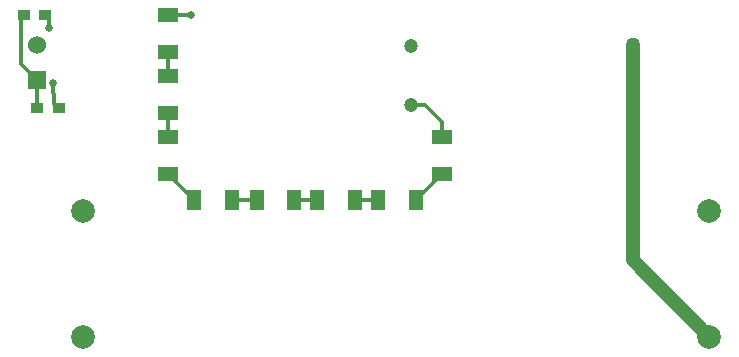
<source format=gbl>
G04*
G04 #@! TF.GenerationSoftware,Altium Limited,Altium Designer,21.7.2 (23)*
G04*
G04 Layer_Physical_Order=2*
G04 Layer_Color=16711680*
%FSLAX25Y25*%
%MOIN*%
G70*
G04*
G04 #@! TF.SameCoordinates,E5E8B68C-8D41-431D-B15D-81AA5E7DC35F*
G04*
G04*
G04 #@! TF.FilePolarity,Positive*
G04*
G01*
G75*
%ADD23C,0.07874*%
%ADD24R,0.06000X0.06000*%
%ADD25C,0.06000*%
%ADD26C,0.04724*%
%ADD27C,0.02520*%
%ADD28C,0.05000*%
%ADD29C,0.01200*%
%ADD30C,0.04800*%
%ADD31R,0.03937X0.03543*%
%ADD32R,0.04528X0.06693*%
%ADD33R,0.06693X0.04528*%
D23*
X50265Y21093D02*
D03*
X258926D02*
D03*
Y62827D02*
D03*
X50265D02*
D03*
D24*
X34882Y106571D02*
D03*
D25*
Y118382D02*
D03*
D26*
X159589Y117946D02*
D03*
Y98261D02*
D03*
D27*
X38743Y124000D02*
D03*
X40181Y105664D02*
D03*
X86000Y128382D02*
D03*
D28*
X233374Y118382D02*
D03*
D29*
X38743Y124000D02*
Y127210D01*
X37571Y128382D02*
X38743Y127210D01*
X37374Y128382D02*
X37571D01*
X40181Y102423D02*
Y105664D01*
X40600Y98648D02*
Y102005D01*
X40181Y102423D02*
X40600Y102005D01*
X41772Y97476D02*
X41969D01*
X40600Y98648D02*
X41772Y97476D01*
X159589Y98261D02*
X164239D01*
X169716Y87723D02*
Y92784D01*
X164239Y98261D02*
X169716Y92784D01*
X78500Y108000D02*
Y115980D01*
Y87723D02*
Y95598D01*
Y128382D02*
X86000D01*
X140678Y66559D02*
X148553D01*
X160955Y66561D02*
X169716Y75322D01*
X160955Y66559D02*
Y66561D01*
X120402Y66559D02*
X128277D01*
X99662D02*
X108000D01*
X87261D02*
Y66561D01*
X78500Y75322D02*
X87261Y66561D01*
X29374Y112079D02*
X34882Y106571D01*
X29374Y127469D02*
X30287Y128382D01*
X29374Y112079D02*
Y127469D01*
X34882Y97476D02*
Y106571D01*
D30*
X233374Y46646D02*
X258926Y21093D01*
X233374Y46646D02*
Y118382D01*
D31*
X30287Y128382D02*
D03*
X37374D02*
D03*
X41969Y97476D02*
D03*
X34882D02*
D03*
D32*
X160955Y66559D02*
D03*
X148553D02*
D03*
X99662D02*
D03*
X87261D02*
D03*
X140678D02*
D03*
X128277D02*
D03*
X120402D02*
D03*
X108000D02*
D03*
D33*
X78500Y75322D02*
D03*
Y87723D02*
D03*
X169716D02*
D03*
Y75322D02*
D03*
X78500Y95598D02*
D03*
Y108000D02*
D03*
Y115980D02*
D03*
Y128382D02*
D03*
M02*

</source>
